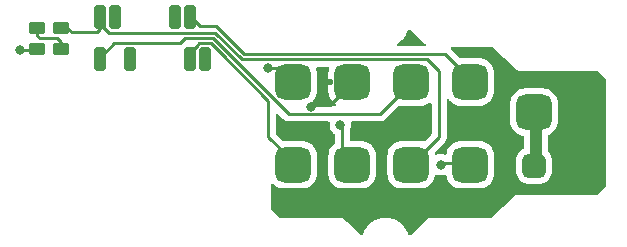
<source format=gtl>
%TF.GenerationSoftware,KiCad,Pcbnew,(6.0.1)*%
%TF.CreationDate,2022-03-09T13:14:17-07:00*%
%TF.ProjectId,MShaw_4gbNandExtensionQSB_V2.6,4d536861-775f-4346-9762-4e616e644578,rev?*%
%TF.SameCoordinates,Original*%
%TF.FileFunction,Copper,L1,Top*%
%TF.FilePolarity,Positive*%
%FSLAX46Y46*%
G04 Gerber Fmt 4.6, Leading zero omitted, Abs format (unit mm)*
G04 Created by KiCad (PCBNEW (6.0.1)) date 2022-03-09 13:14:17*
%MOMM*%
%LPD*%
G01*
G04 APERTURE LIST*
G04 Aperture macros list*
%AMRoundRect*
0 Rectangle with rounded corners*
0 $1 Rounding radius*
0 $2 $3 $4 $5 $6 $7 $8 $9 X,Y pos of 4 corners*
0 Add a 4 corners polygon primitive as box body*
4,1,4,$2,$3,$4,$5,$6,$7,$8,$9,$2,$3,0*
0 Add four circle primitives for the rounded corners*
1,1,$1+$1,$2,$3*
1,1,$1+$1,$4,$5*
1,1,$1+$1,$6,$7*
1,1,$1+$1,$8,$9*
0 Add four rect primitives between the rounded corners*
20,1,$1+$1,$2,$3,$4,$5,0*
20,1,$1+$1,$4,$5,$6,$7,0*
20,1,$1+$1,$6,$7,$8,$9,0*
20,1,$1+$1,$8,$9,$2,$3,0*%
G04 Aperture macros list end*
%TA.AperFunction,SMDPad,CuDef*%
%ADD10RoundRect,0.250000X0.450000X-0.262500X0.450000X0.262500X-0.450000X0.262500X-0.450000X-0.262500X0*%
%TD*%
%TA.AperFunction,ComponentPad*%
%ADD11RoundRect,0.250000X0.250000X-0.750000X0.250000X0.750000X-0.250000X0.750000X-0.250000X-0.750000X0*%
%TD*%
%TA.AperFunction,SMDPad,CuDef*%
%ADD12RoundRect,0.750000X-0.750000X-0.750000X0.750000X-0.750000X0.750000X0.750000X-0.750000X0.750000X0*%
%TD*%
%TA.AperFunction,SMDPad,CuDef*%
%ADD13RoundRect,0.500000X-0.500000X-0.500000X0.500000X-0.500000X0.500000X0.500000X-0.500000X0.500000X0*%
%TD*%
%TA.AperFunction,SMDPad,CuDef*%
%ADD14RoundRect,0.750000X0.750000X-0.750000X0.750000X0.750000X-0.750000X0.750000X-0.750000X-0.750000X0*%
%TD*%
%TA.AperFunction,ViaPad*%
%ADD15C,0.800000*%
%TD*%
%TA.AperFunction,Conductor*%
%ADD16C,0.250000*%
%TD*%
%TA.AperFunction,Conductor*%
%ADD17C,1.000000*%
%TD*%
G04 APERTURE END LIST*
D10*
%TO.P,R1,1*%
%TO.N,Net-(D1-Pad2)*%
X128260000Y-98212500D03*
%TO.P,R1,2*%
%TO.N,+5V*%
X128260000Y-96387500D03*
%TD*%
D11*
%TO.P,J3,1,Pin_1*%
%TO.N,+5V*%
X131570000Y-95500000D03*
%TO.P,J3,2,Pin_2*%
%TO.N,Net-(J2-Pad3)*%
X132840000Y-95500000D03*
%TO.P,J3,6,Pin_6*%
%TO.N,Net-(J2-Pad2)*%
X137920000Y-95500000D03*
%TO.P,J3,7,Pin_7*%
%TO.N,Net-(J2-Pad8)*%
X139190000Y-95500000D03*
%TD*%
D12*
%TO.P,J5,1,Pin_1*%
%TO.N,Net-(J5-Pad1)*%
X168310000Y-103550000D03*
D13*
%TO.P,J5,2,Pin_2*%
X168310000Y-108090000D03*
%TD*%
D14*
%TO.P,J4,1,Pin_1*%
%TO.N,Net-(J1-Pad7)*%
X147910000Y-108000000D03*
%TO.P,J4,2,Pin_2*%
%TO.N,Net-(J2-Pad2)*%
X147910000Y-101000000D03*
%TO.P,J4,3,Pin_3*%
%TO.N,Net-(J2-Pad3)*%
X152910000Y-108000000D03*
%TO.P,J4,4,Pin_4*%
%TO.N,GND*%
X152910000Y-101000000D03*
%TO.P,J4,5,Pin_5*%
%TO.N,+5V*%
X157910000Y-108000000D03*
%TO.P,J4,6,Pin_6*%
%TO.N,Net-(J1-Pad1)*%
X157910000Y-101000000D03*
%TO.P,J4,7,Pin_7*%
%TO.N,Net-(J1-Pad8)*%
X162910000Y-108000000D03*
%TO.P,J4,8,Pin_8*%
%TO.N,Net-(J2-Pad8)*%
X162910000Y-101000000D03*
%TD*%
D10*
%TO.P,D1,1,K*%
%TO.N,GND*%
X126260000Y-98212500D03*
%TO.P,D1,2,A*%
%TO.N,Net-(D1-Pad2)*%
X126260000Y-96387500D03*
%TD*%
D11*
%TO.P,J1,1,Pin_1*%
%TO.N,Net-(J1-Pad1)*%
X131570000Y-99050000D03*
%TO.P,J1,3,Pin_3*%
%TO.N,GND*%
X134110000Y-99050000D03*
%TO.P,J1,7,Pin_7*%
%TO.N,Net-(J1-Pad7)*%
X139190000Y-99050000D03*
%TO.P,J1,8,Pin_8*%
%TO.N,Net-(J1-Pad8)*%
X140460000Y-99050000D03*
%TD*%
D15*
%TO.N,GND*%
X124760000Y-98300000D03*
X150380000Y-108740000D03*
X157850000Y-97170000D03*
X149450000Y-103070000D03*
X166100000Y-105920000D03*
X155350000Y-105420000D03*
%TO.N,Net-(J2-Pad2)*%
X145760000Y-99800000D03*
%TO.N,Net-(J2-Pad3)*%
X151910000Y-104640000D03*
%TO.N,Net-(J1-Pad8)*%
X160410000Y-108000000D03*
%TD*%
D16*
%TO.N,+5V*%
X131570000Y-96540000D02*
X131570000Y-96042494D01*
X128760000Y-96387500D02*
X129172500Y-96800000D01*
X159265080Y-99055480D02*
X160270000Y-100060400D01*
X143561916Y-99055480D02*
X159265080Y-99055480D01*
X132353946Y-96826440D02*
X141332875Y-96826440D01*
X131570000Y-96042494D02*
X132353946Y-96826440D01*
X129172500Y-96800000D02*
X131310000Y-96800000D01*
X160270000Y-105680000D02*
X158070000Y-107880000D01*
X141332875Y-96826440D02*
X143561916Y-99055480D01*
X160270000Y-100060400D02*
X160270000Y-105680000D01*
X131310000Y-96800000D02*
X131570000Y-96540000D01*
%TO.N,GND*%
X124760000Y-98300000D02*
X126172500Y-98300000D01*
X151000000Y-102950000D02*
X149610000Y-102950000D01*
X126172500Y-98300000D02*
X126260000Y-98212500D01*
X153070000Y-100880000D02*
X151000000Y-102950000D01*
%TO.N,Net-(J2-Pad8)*%
X142101077Y-96958923D02*
X143748114Y-98605960D01*
X139190000Y-95675020D02*
X139460020Y-95675020D01*
X143748114Y-98605960D02*
X160795960Y-98605960D01*
X139460020Y-95675020D02*
X140035000Y-96250000D01*
X160795960Y-98605960D02*
X163070000Y-100880000D01*
X141392153Y-96250000D02*
X142101077Y-96958923D01*
X140035000Y-96250000D02*
X141392153Y-96250000D01*
%TO.N,Net-(J1-Pad7)*%
X139766254Y-97931254D02*
X139190000Y-98507507D01*
X145820000Y-102590000D02*
X145820000Y-105630000D01*
X145820000Y-105630000D02*
X148070000Y-107880000D01*
X140960480Y-97725480D02*
X141683802Y-98448802D01*
X139766254Y-97931254D02*
X139972028Y-97725480D01*
X141683802Y-98448802D02*
X141683802Y-98453802D01*
X139972028Y-97725480D02*
X140960480Y-97725480D01*
X139972027Y-97725480D02*
X139766254Y-97931254D01*
X141683802Y-98453802D02*
X145820000Y-102590000D01*
%TO.N,Net-(J2-Pad2)*%
X146710000Y-99800000D02*
X145760000Y-99800000D01*
X147910000Y-101000000D02*
X146710000Y-99800000D01*
%TO.N,Net-(J2-Pad3)*%
X152070000Y-106880000D02*
X152070000Y-104520000D01*
X153070000Y-107880000D02*
X152070000Y-106880000D01*
%TO.N,Net-(J1-Pad8)*%
X160570000Y-107880000D02*
X163070000Y-107880000D01*
%TO.N,Net-(J1-Pad1)*%
X158070000Y-100880000D02*
X155250000Y-103700000D01*
X132769500Y-97725480D02*
X131570000Y-98924980D01*
X147565718Y-103700000D02*
X145352859Y-101487141D01*
X145352859Y-101482141D02*
X141146678Y-97275960D01*
X155250000Y-103700000D02*
X147565718Y-103700000D01*
X141146678Y-97275960D02*
X138784040Y-97275960D01*
X138334520Y-97725480D02*
X132769500Y-97725480D01*
X145352859Y-101487141D02*
X145352859Y-101482141D01*
X138784040Y-97275960D02*
X138334520Y-97725480D01*
%TO.N,Net-(D1-Pad2)*%
X126460000Y-97300000D02*
X126260000Y-97100000D01*
X128260000Y-98212500D02*
X128260000Y-97600000D01*
X127960000Y-97300000D02*
X126460000Y-97300000D01*
X126260000Y-97100000D02*
X126260000Y-96387500D01*
X128260000Y-97600000D02*
X127960000Y-97300000D01*
D17*
%TO.N,Net-(J5-Pad1)*%
X168470000Y-103430000D02*
X168470000Y-107970000D01*
%TD*%
%TA.AperFunction,Conductor*%
%TO.N,GND*%
G36*
X164768518Y-98028002D02*
G01*
X164786294Y-98041817D01*
X166751780Y-99873293D01*
X166756158Y-99877872D01*
X166759160Y-99882631D01*
X166765888Y-99888573D01*
X166808501Y-99926207D01*
X166810992Y-99928467D01*
X166830370Y-99946524D01*
X166834049Y-99949084D01*
X166835980Y-99950642D01*
X166840254Y-99954251D01*
X166856472Y-99968573D01*
X166868228Y-99978956D01*
X166876352Y-99982770D01*
X166876353Y-99982771D01*
X166879716Y-99984350D01*
X166885500Y-99987065D01*
X166903905Y-99997687D01*
X166919570Y-100008586D01*
X166928081Y-100011439D01*
X166928082Y-100011439D01*
X166953787Y-100020054D01*
X166967287Y-100025465D01*
X166999948Y-100040799D01*
X167018800Y-100043734D01*
X167039453Y-100048765D01*
X167049028Y-100051974D01*
X167049030Y-100051974D01*
X167057541Y-100054827D01*
X167076961Y-100055583D01*
X167093600Y-100056231D01*
X167100757Y-100056925D01*
X167100761Y-100056876D01*
X167105613Y-100057251D01*
X167110423Y-100058000D01*
X167136611Y-100058000D01*
X167141511Y-100058095D01*
X167193975Y-100060137D01*
X167193976Y-100060137D01*
X167202946Y-100060486D01*
X167210725Y-100058536D01*
X167221097Y-100058000D01*
X173647389Y-100058000D01*
X173715510Y-100078002D01*
X173736485Y-100094905D01*
X174365096Y-100723517D01*
X174399121Y-100785829D01*
X174402000Y-100812612D01*
X174402000Y-109787388D01*
X174381998Y-109855509D01*
X174365096Y-109876483D01*
X173736485Y-110505095D01*
X173674172Y-110539120D01*
X173647389Y-110542000D01*
X167022070Y-110542000D01*
X167010375Y-110541456D01*
X167006361Y-110541082D01*
X166997632Y-110538990D01*
X166988670Y-110539432D01*
X166988667Y-110539432D01*
X166939736Y-110541847D01*
X166933526Y-110542000D01*
X166913523Y-110542000D01*
X166909087Y-110542635D01*
X166909076Y-110542636D01*
X166907171Y-110542909D01*
X166895520Y-110544029D01*
X166852295Y-110546162D01*
X166841100Y-110550044D01*
X166817680Y-110555726D01*
X166805955Y-110557405D01*
X166797781Y-110561121D01*
X166797779Y-110561122D01*
X166766572Y-110575311D01*
X166755703Y-110579656D01*
X166723291Y-110590895D01*
X166723289Y-110590896D01*
X166714811Y-110593836D01*
X166707497Y-110599038D01*
X166707496Y-110599039D01*
X166705154Y-110600705D01*
X166684281Y-110612726D01*
X166673490Y-110617633D01*
X166666689Y-110623493D01*
X166640702Y-110645884D01*
X166631497Y-110653098D01*
X166627682Y-110655812D01*
X166627678Y-110655815D01*
X166623703Y-110658643D01*
X166609811Y-110672188D01*
X166604106Y-110677417D01*
X166570055Y-110706757D01*
X166570051Y-110706762D01*
X166563253Y-110712619D01*
X166558372Y-110720149D01*
X166552469Y-110726916D01*
X166552090Y-110726585D01*
X166544414Y-110735949D01*
X165697623Y-111561571D01*
X164781188Y-112455096D01*
X164780039Y-112456216D01*
X164717301Y-112489450D01*
X164692078Y-112492000D01*
X159680940Y-112492000D01*
X159674645Y-112491636D01*
X159669217Y-112490204D01*
X159627018Y-112491327D01*
X159603419Y-112491955D01*
X159600067Y-112492000D01*
X159573523Y-112492000D01*
X159569081Y-112492636D01*
X159566657Y-112492809D01*
X159561063Y-112493082D01*
X159541909Y-112493592D01*
X159532730Y-112493836D01*
X159532729Y-112493836D01*
X159523754Y-112494075D01*
X159505565Y-112499923D01*
X159484862Y-112504697D01*
X159474839Y-112506132D01*
X159474835Y-112506133D01*
X159465955Y-112507405D01*
X159457789Y-112511118D01*
X159457785Y-112511119D01*
X159433137Y-112522326D01*
X159419556Y-112527577D01*
X159412198Y-112529943D01*
X159385224Y-112538616D01*
X159369405Y-112549336D01*
X159350875Y-112559729D01*
X159333490Y-112567633D01*
X159326692Y-112573490D01*
X159326691Y-112573491D01*
X159306168Y-112591175D01*
X159300466Y-112595540D01*
X159300498Y-112595581D01*
X159296707Y-112598602D01*
X159292668Y-112601339D01*
X159289103Y-112604661D01*
X159289096Y-112604666D01*
X159273481Y-112619214D01*
X159269844Y-112622473D01*
X159223253Y-112662619D01*
X159218899Y-112669336D01*
X159211692Y-112676782D01*
X157865627Y-113930880D01*
X157802151Y-113962681D01*
X157731559Y-113955116D01*
X157676263Y-113910587D01*
X157661012Y-113880886D01*
X157597504Y-113702194D01*
X157596064Y-113698141D01*
X157469683Y-113454238D01*
X157311268Y-113229814D01*
X157308329Y-113226667D01*
X157126706Y-113032196D01*
X157126701Y-113032191D01*
X157123769Y-113029052D01*
X156910680Y-112855691D01*
X156675969Y-112712961D01*
X156672022Y-112711247D01*
X156672019Y-112711245D01*
X156427961Y-112605235D01*
X156427959Y-112605234D01*
X156424010Y-112603519D01*
X156419869Y-112602359D01*
X156419867Y-112602358D01*
X156282676Y-112563919D01*
X156159494Y-112529405D01*
X155887351Y-112492000D01*
X155612649Y-112492000D01*
X155340506Y-112529405D01*
X155217324Y-112563919D01*
X155080133Y-112602358D01*
X155080131Y-112602359D01*
X155075990Y-112603519D01*
X155072041Y-112605234D01*
X155072039Y-112605235D01*
X154827981Y-112711245D01*
X154827978Y-112711247D01*
X154824031Y-112712961D01*
X154589320Y-112855691D01*
X154376231Y-113029052D01*
X154373299Y-113032191D01*
X154373294Y-113032196D01*
X154191671Y-113226667D01*
X154188732Y-113229814D01*
X154030317Y-113454238D01*
X153903936Y-113698141D01*
X153902496Y-113702194D01*
X153838988Y-113880886D01*
X153797328Y-113938375D01*
X153731201Y-113964215D01*
X153661601Y-113950202D01*
X153634373Y-113930880D01*
X152477936Y-112853455D01*
X152288200Y-112676682D01*
X152283836Y-112672118D01*
X152280840Y-112667369D01*
X152231443Y-112623743D01*
X152228983Y-112621511D01*
X152228302Y-112620876D01*
X152209600Y-112603452D01*
X152205917Y-112600890D01*
X152204038Y-112599374D01*
X152199749Y-112595753D01*
X152171772Y-112571044D01*
X152154475Y-112562923D01*
X152136078Y-112552306D01*
X152120396Y-112541397D01*
X152086196Y-112529937D01*
X152072699Y-112524529D01*
X152040052Y-112509201D01*
X152031179Y-112507820D01*
X152031177Y-112507819D01*
X152021181Y-112506263D01*
X152000538Y-112501237D01*
X151982421Y-112495166D01*
X151973452Y-112494818D01*
X151973449Y-112494817D01*
X151946389Y-112493766D01*
X151939241Y-112493073D01*
X151939237Y-112493124D01*
X151934389Y-112492749D01*
X151929577Y-112492000D01*
X151903359Y-112492000D01*
X151898468Y-112491905D01*
X151845987Y-112489866D01*
X151845984Y-112489866D01*
X151837016Y-112489518D01*
X151829251Y-112491465D01*
X151818908Y-112492000D01*
X146772612Y-112492000D01*
X146704491Y-112471998D01*
X146683517Y-112455096D01*
X146054905Y-111826485D01*
X146020880Y-111764172D01*
X146018000Y-111737389D01*
X146018000Y-109692097D01*
X146038002Y-109623976D01*
X146091658Y-109577483D01*
X146161932Y-109567379D01*
X146226512Y-109596873D01*
X146233095Y-109603002D01*
X146349473Y-109719380D01*
X146533945Y-109847591D01*
X146738206Y-109941110D01*
X146955800Y-109996978D01*
X147009705Y-110001362D01*
X147094908Y-110008293D01*
X147094918Y-110008293D01*
X147097458Y-110008500D01*
X148722542Y-110008500D01*
X148725082Y-110008293D01*
X148725092Y-110008293D01*
X148810295Y-110001362D01*
X148864200Y-109996978D01*
X149081794Y-109941110D01*
X149286055Y-109847591D01*
X149470527Y-109719380D01*
X149629380Y-109560527D01*
X149757591Y-109376055D01*
X149851110Y-109171794D01*
X149906978Y-108954200D01*
X149915514Y-108849251D01*
X149918293Y-108815092D01*
X149918293Y-108815082D01*
X149918500Y-108812542D01*
X149918500Y-107187458D01*
X149915811Y-107154391D01*
X149908945Y-107069987D01*
X149906978Y-107045800D01*
X149851110Y-106828206D01*
X149757591Y-106623945D01*
X149629380Y-106439473D01*
X149470527Y-106280620D01*
X149286055Y-106152409D01*
X149081794Y-106058890D01*
X148864200Y-106003022D01*
X148810295Y-105998638D01*
X148725092Y-105991707D01*
X148725082Y-105991707D01*
X148722542Y-105991500D01*
X147129595Y-105991500D01*
X147061474Y-105971498D01*
X147040500Y-105954595D01*
X146490405Y-105404500D01*
X146456379Y-105342188D01*
X146453500Y-105315405D01*
X146453500Y-103787876D01*
X146473502Y-103719755D01*
X146527158Y-103673262D01*
X146597432Y-103663158D01*
X146662012Y-103692652D01*
X146668595Y-103698781D01*
X147062061Y-104092247D01*
X147069605Y-104100537D01*
X147073718Y-104107018D01*
X147079495Y-104112443D01*
X147123385Y-104153658D01*
X147126227Y-104156413D01*
X147145948Y-104176134D01*
X147149143Y-104178612D01*
X147158165Y-104186318D01*
X147190397Y-104216586D01*
X147197346Y-104220406D01*
X147208150Y-104226346D01*
X147224674Y-104237199D01*
X147240677Y-104249613D01*
X147281261Y-104267176D01*
X147291891Y-104272383D01*
X147330658Y-104293695D01*
X147338335Y-104295666D01*
X147338340Y-104295668D01*
X147350276Y-104298732D01*
X147368984Y-104305137D01*
X147387573Y-104313181D01*
X147395401Y-104314421D01*
X147395408Y-104314423D01*
X147431242Y-104320099D01*
X147442862Y-104322505D01*
X147474677Y-104330673D01*
X147485688Y-104333500D01*
X147505942Y-104333500D01*
X147525652Y-104335051D01*
X147545661Y-104338220D01*
X147553553Y-104337474D01*
X147572298Y-104335702D01*
X147589680Y-104334059D01*
X147601537Y-104333500D01*
X150888773Y-104333500D01*
X150956894Y-104353502D01*
X151003387Y-104407158D01*
X151014083Y-104472670D01*
X150996496Y-104640000D01*
X151016458Y-104829928D01*
X151075473Y-105011556D01*
X151170960Y-105176944D01*
X151298747Y-105318866D01*
X151330847Y-105342188D01*
X151384561Y-105381214D01*
X151427915Y-105437437D01*
X151436500Y-105483150D01*
X151436500Y-106154263D01*
X151416498Y-106222384D01*
X151382410Y-106257728D01*
X151354081Y-106277417D01*
X151354080Y-106277418D01*
X151349473Y-106280620D01*
X151190620Y-106439473D01*
X151062409Y-106623945D01*
X150968890Y-106828206D01*
X150913022Y-107045800D01*
X150911055Y-107069987D01*
X150904190Y-107154391D01*
X150901500Y-107187458D01*
X150901500Y-108812542D01*
X150901707Y-108815082D01*
X150901707Y-108815092D01*
X150904486Y-108849251D01*
X150913022Y-108954200D01*
X150968890Y-109171794D01*
X151062409Y-109376055D01*
X151190620Y-109560527D01*
X151349473Y-109719380D01*
X151533945Y-109847591D01*
X151738206Y-109941110D01*
X151955800Y-109996978D01*
X152009705Y-110001362D01*
X152094908Y-110008293D01*
X152094918Y-110008293D01*
X152097458Y-110008500D01*
X153722542Y-110008500D01*
X153725082Y-110008293D01*
X153725092Y-110008293D01*
X153810295Y-110001362D01*
X153864200Y-109996978D01*
X154081794Y-109941110D01*
X154286055Y-109847591D01*
X154470527Y-109719380D01*
X154629380Y-109560527D01*
X154757591Y-109376055D01*
X154851110Y-109171794D01*
X154906978Y-108954200D01*
X154915514Y-108849251D01*
X154918293Y-108815092D01*
X154918293Y-108815082D01*
X154918500Y-108812542D01*
X154918500Y-107187458D01*
X154915811Y-107154391D01*
X154908945Y-107069987D01*
X154906978Y-107045800D01*
X154851110Y-106828206D01*
X154757591Y-106623945D01*
X154629380Y-106439473D01*
X154470527Y-106280620D01*
X154286055Y-106152409D01*
X154081794Y-106058890D01*
X153864200Y-106003022D01*
X153810295Y-105998638D01*
X153725092Y-105991707D01*
X153725082Y-105991707D01*
X153722542Y-105991500D01*
X152829500Y-105991500D01*
X152761379Y-105971498D01*
X152714886Y-105917842D01*
X152703500Y-105865500D01*
X152703500Y-105116378D01*
X152720381Y-105053378D01*
X152741223Y-105017279D01*
X152741224Y-105017278D01*
X152744527Y-105011556D01*
X152803542Y-104829928D01*
X152823504Y-104640000D01*
X152805917Y-104472670D01*
X152818689Y-104402832D01*
X152867191Y-104350985D01*
X152931227Y-104333500D01*
X155171233Y-104333500D01*
X155182416Y-104334027D01*
X155189909Y-104335702D01*
X155197835Y-104335453D01*
X155197836Y-104335453D01*
X155257986Y-104333562D01*
X155261945Y-104333500D01*
X155289856Y-104333500D01*
X155293791Y-104333003D01*
X155293856Y-104332995D01*
X155305693Y-104332062D01*
X155337951Y-104331048D01*
X155341970Y-104330922D01*
X155349889Y-104330673D01*
X155369343Y-104325021D01*
X155388700Y-104321013D01*
X155400930Y-104319468D01*
X155400931Y-104319468D01*
X155408797Y-104318474D01*
X155416168Y-104315555D01*
X155416170Y-104315555D01*
X155449912Y-104302196D01*
X155461142Y-104298351D01*
X155495983Y-104288229D01*
X155495984Y-104288229D01*
X155503593Y-104286018D01*
X155510412Y-104281985D01*
X155510417Y-104281983D01*
X155521028Y-104275707D01*
X155538776Y-104267012D01*
X155557617Y-104259552D01*
X155577987Y-104244753D01*
X155593387Y-104233564D01*
X155603307Y-104227048D01*
X155634535Y-104208580D01*
X155634538Y-104208578D01*
X155641362Y-104204542D01*
X155655683Y-104190221D01*
X155670717Y-104177380D01*
X155672432Y-104176134D01*
X155687107Y-104165472D01*
X155715298Y-104131395D01*
X155723288Y-104122616D01*
X156819941Y-103025963D01*
X156882253Y-102991937D01*
X156940373Y-102993017D01*
X156950611Y-102995646D01*
X156950614Y-102995647D01*
X156955800Y-102996978D01*
X157034803Y-103003404D01*
X157094908Y-103008293D01*
X157094918Y-103008293D01*
X157097458Y-103008500D01*
X158722542Y-103008500D01*
X158725082Y-103008293D01*
X158725092Y-103008293D01*
X158810295Y-103001362D01*
X158864200Y-102996978D01*
X158879628Y-102993017D01*
X159076361Y-102942505D01*
X159076362Y-102942505D01*
X159081794Y-102941110D01*
X159286055Y-102847591D01*
X159438589Y-102741577D01*
X159505943Y-102719124D01*
X159574743Y-102736650D01*
X159623146Y-102788589D01*
X159636500Y-102845042D01*
X159636500Y-105365406D01*
X159616498Y-105433527D01*
X159599595Y-105454501D01*
X159063715Y-105990381D01*
X159001403Y-106024407D01*
X158943285Y-106023327D01*
X158869396Y-106004355D01*
X158869384Y-106004353D01*
X158864200Y-106003022D01*
X158785197Y-105996596D01*
X158725092Y-105991707D01*
X158725082Y-105991707D01*
X158722542Y-105991500D01*
X157097458Y-105991500D01*
X157094918Y-105991707D01*
X157094908Y-105991707D01*
X157009705Y-105998638D01*
X156955800Y-106003022D01*
X156738206Y-106058890D01*
X156533945Y-106152409D01*
X156349473Y-106280620D01*
X156190620Y-106439473D01*
X156062409Y-106623945D01*
X155968890Y-106828206D01*
X155913022Y-107045800D01*
X155911055Y-107069987D01*
X155904190Y-107154391D01*
X155901500Y-107187458D01*
X155901500Y-108812542D01*
X155901707Y-108815082D01*
X155901707Y-108815092D01*
X155904486Y-108849251D01*
X155913022Y-108954200D01*
X155968890Y-109171794D01*
X156062409Y-109376055D01*
X156190620Y-109560527D01*
X156349473Y-109719380D01*
X156533945Y-109847591D01*
X156738206Y-109941110D01*
X156955800Y-109996978D01*
X157009705Y-110001362D01*
X157094908Y-110008293D01*
X157094918Y-110008293D01*
X157097458Y-110008500D01*
X158722542Y-110008500D01*
X158725082Y-110008293D01*
X158725092Y-110008293D01*
X158810295Y-110001362D01*
X158864200Y-109996978D01*
X159081794Y-109941110D01*
X159286055Y-109847591D01*
X159470527Y-109719380D01*
X159629380Y-109560527D01*
X159757591Y-109376055D01*
X159851110Y-109171794D01*
X159906978Y-108954200D01*
X159907413Y-108948849D01*
X159908299Y-108943569D01*
X159910719Y-108943975D01*
X159932928Y-108887235D01*
X159990441Y-108845609D01*
X160061329Y-108841685D01*
X160083816Y-108849251D01*
X160121677Y-108866108D01*
X160121685Y-108866111D01*
X160127712Y-108868794D01*
X160209996Y-108886284D01*
X160308056Y-108907128D01*
X160308061Y-108907128D01*
X160314513Y-108908500D01*
X160505487Y-108908500D01*
X160511939Y-108907128D01*
X160511944Y-108907128D01*
X160610004Y-108886284D01*
X160692288Y-108868794D01*
X160698315Y-108866111D01*
X160698323Y-108866108D01*
X160736184Y-108849251D01*
X160806551Y-108839817D01*
X160870848Y-108869924D01*
X160908661Y-108930013D01*
X160911169Y-108943658D01*
X160911701Y-108943569D01*
X160912587Y-108948849D01*
X160913022Y-108954200D01*
X160968890Y-109171794D01*
X161062409Y-109376055D01*
X161190620Y-109560527D01*
X161349473Y-109719380D01*
X161533945Y-109847591D01*
X161738206Y-109941110D01*
X161955800Y-109996978D01*
X162009705Y-110001362D01*
X162094908Y-110008293D01*
X162094918Y-110008293D01*
X162097458Y-110008500D01*
X163722542Y-110008500D01*
X163725082Y-110008293D01*
X163725092Y-110008293D01*
X163810295Y-110001362D01*
X163864200Y-109996978D01*
X164081794Y-109941110D01*
X164286055Y-109847591D01*
X164470527Y-109719380D01*
X164629380Y-109560527D01*
X164757591Y-109376055D01*
X164851110Y-109171794D01*
X164906978Y-108954200D01*
X164915514Y-108849251D01*
X164918293Y-108815092D01*
X164918293Y-108815082D01*
X164918500Y-108812542D01*
X164918500Y-107187458D01*
X164915811Y-107154391D01*
X164908945Y-107069987D01*
X164906978Y-107045800D01*
X164851110Y-106828206D01*
X164757591Y-106623945D01*
X164629380Y-106439473D01*
X164470527Y-106280620D01*
X164286055Y-106152409D01*
X164081794Y-106058890D01*
X163864200Y-106003022D01*
X163810295Y-105998638D01*
X163725092Y-105991707D01*
X163725082Y-105991707D01*
X163722542Y-105991500D01*
X162097458Y-105991500D01*
X162094918Y-105991707D01*
X162094908Y-105991707D01*
X162009705Y-105998638D01*
X161955800Y-106003022D01*
X161738206Y-106058890D01*
X161533945Y-106152409D01*
X161349473Y-106280620D01*
X161190620Y-106439473D01*
X161062409Y-106623945D01*
X160968890Y-106828206D01*
X160913022Y-107045800D01*
X160912587Y-107051151D01*
X160911701Y-107056431D01*
X160909281Y-107056025D01*
X160887072Y-107112765D01*
X160829559Y-107154391D01*
X160758671Y-107158315D01*
X160736184Y-107150749D01*
X160698323Y-107133892D01*
X160698315Y-107133889D01*
X160692288Y-107131206D01*
X160573723Y-107106004D01*
X160511944Y-107092872D01*
X160511939Y-107092872D01*
X160505487Y-107091500D01*
X160314513Y-107091500D01*
X160308061Y-107092872D01*
X160308056Y-107092872D01*
X160246277Y-107106004D01*
X160127712Y-107131206D01*
X160121685Y-107133889D01*
X160121677Y-107133892D01*
X160083816Y-107150749D01*
X160013449Y-107160183D01*
X159949152Y-107130076D01*
X159911339Y-107069987D01*
X159908831Y-107056342D01*
X159908299Y-107056431D01*
X159907413Y-107051150D01*
X159906978Y-107045800D01*
X159905644Y-107040604D01*
X159905642Y-107040591D01*
X159903017Y-107030367D01*
X159905451Y-106959412D01*
X159935964Y-106909941D01*
X160662253Y-106183652D01*
X160670539Y-106176112D01*
X160677018Y-106172000D01*
X160723644Y-106122348D01*
X160726398Y-106119507D01*
X160746135Y-106099770D01*
X160748615Y-106096573D01*
X160756320Y-106087551D01*
X160781159Y-106061100D01*
X160786586Y-106055321D01*
X160790405Y-106048375D01*
X160790407Y-106048372D01*
X160796348Y-106037566D01*
X160807199Y-106021047D01*
X160814758Y-106011301D01*
X160819614Y-106005041D01*
X160822759Y-105997772D01*
X160822762Y-105997768D01*
X160837174Y-105964463D01*
X160842391Y-105953813D01*
X160863695Y-105915060D01*
X160868733Y-105895437D01*
X160875137Y-105876734D01*
X160880033Y-105865420D01*
X160880033Y-105865419D01*
X160883181Y-105858145D01*
X160884420Y-105850322D01*
X160884423Y-105850312D01*
X160890099Y-105814476D01*
X160892505Y-105802856D01*
X160901528Y-105767711D01*
X160901528Y-105767710D01*
X160903500Y-105760030D01*
X160903500Y-105739776D01*
X160905051Y-105720065D01*
X160906980Y-105707886D01*
X160908220Y-105700057D01*
X160904059Y-105656038D01*
X160903500Y-105644181D01*
X160903500Y-104362542D01*
X166301500Y-104362542D01*
X166313022Y-104504200D01*
X166368890Y-104721794D01*
X166462409Y-104926055D01*
X166590620Y-105110527D01*
X166749473Y-105269380D01*
X166854230Y-105342188D01*
X166910382Y-105381214D01*
X166933945Y-105397591D01*
X167138206Y-105491110D01*
X167143638Y-105492505D01*
X167143639Y-105492505D01*
X167350607Y-105545645D01*
X167350611Y-105545646D01*
X167355800Y-105546978D01*
X167357372Y-105547106D01*
X167420217Y-105577603D01*
X167457193Y-105638210D01*
X167461500Y-105670871D01*
X167461500Y-106558604D01*
X167441498Y-106626725D01*
X167383921Y-106674929D01*
X167336815Y-106694537D01*
X167336812Y-106694538D01*
X167331127Y-106696905D01*
X167326008Y-106700332D01*
X167326004Y-106700334D01*
X167171901Y-106803496D01*
X167171896Y-106803500D01*
X167166777Y-106806927D01*
X167026927Y-106946777D01*
X167023500Y-106951896D01*
X167023496Y-106951901D01*
X166920334Y-107106004D01*
X166920332Y-107106008D01*
X166916905Y-107111127D01*
X166840900Y-107293716D01*
X166801808Y-107487592D01*
X166801500Y-107493672D01*
X166801500Y-108686328D01*
X166801808Y-108692408D01*
X166802733Y-108696995D01*
X166802733Y-108696996D01*
X166832699Y-108845609D01*
X166840900Y-108886284D01*
X166916905Y-109068873D01*
X166920332Y-109073992D01*
X166920334Y-109073996D01*
X167023496Y-109228099D01*
X167023500Y-109228104D01*
X167026927Y-109233223D01*
X167166777Y-109373073D01*
X167171896Y-109376500D01*
X167171901Y-109376504D01*
X167326004Y-109479666D01*
X167326008Y-109479668D01*
X167331127Y-109483095D01*
X167513716Y-109559100D01*
X167519752Y-109560317D01*
X167519755Y-109560318D01*
X167701050Y-109596873D01*
X167707592Y-109598192D01*
X167713672Y-109598500D01*
X168906328Y-109598500D01*
X168912408Y-109598192D01*
X168918950Y-109596873D01*
X169100245Y-109560318D01*
X169100248Y-109560317D01*
X169106284Y-109559100D01*
X169288873Y-109483095D01*
X169293992Y-109479668D01*
X169293996Y-109479666D01*
X169448099Y-109376504D01*
X169448104Y-109376500D01*
X169453223Y-109373073D01*
X169593073Y-109233223D01*
X169596500Y-109228104D01*
X169596504Y-109228099D01*
X169699666Y-109073996D01*
X169699668Y-109073992D01*
X169703095Y-109068873D01*
X169779100Y-108886284D01*
X169787302Y-108845609D01*
X169817267Y-108696996D01*
X169817267Y-108696995D01*
X169818192Y-108692408D01*
X169818500Y-108686328D01*
X169818500Y-107493672D01*
X169818192Y-107487592D01*
X169779100Y-107293716D01*
X169703095Y-107111127D01*
X169699668Y-107106008D01*
X169699666Y-107106004D01*
X169596504Y-106951901D01*
X169596500Y-106951896D01*
X169593073Y-106946777D01*
X169515405Y-106869109D01*
X169481379Y-106806797D01*
X169478500Y-106780014D01*
X169478500Y-105573509D01*
X169498502Y-105505388D01*
X169552048Y-105458946D01*
X169680947Y-105399931D01*
X169680959Y-105399924D01*
X169686055Y-105397591D01*
X169709619Y-105381214D01*
X169765770Y-105342188D01*
X169870527Y-105269380D01*
X170029380Y-105110527D01*
X170157591Y-104926055D01*
X170251110Y-104721794D01*
X170306978Y-104504200D01*
X170318500Y-104362542D01*
X170318500Y-102737458D01*
X170316676Y-102715024D01*
X170307413Y-102601151D01*
X170306978Y-102595800D01*
X170298859Y-102564176D01*
X170252505Y-102383639D01*
X170252505Y-102383638D01*
X170251110Y-102378206D01*
X170157591Y-102173945D01*
X170029380Y-101989473D01*
X169870527Y-101830620D01*
X169686055Y-101702409D01*
X169481794Y-101608890D01*
X169264200Y-101553022D01*
X169210295Y-101548638D01*
X169125092Y-101541707D01*
X169125082Y-101541707D01*
X169122542Y-101541500D01*
X167497458Y-101541500D01*
X167494918Y-101541707D01*
X167494908Y-101541707D01*
X167409705Y-101548638D01*
X167355800Y-101553022D01*
X167138206Y-101608890D01*
X166933945Y-101702409D01*
X166749473Y-101830620D01*
X166590620Y-101989473D01*
X166462409Y-102173945D01*
X166368890Y-102378206D01*
X166367495Y-102383638D01*
X166367495Y-102383639D01*
X166321142Y-102564176D01*
X166313022Y-102595800D01*
X166312587Y-102601151D01*
X166303325Y-102715024D01*
X166301500Y-102737458D01*
X166301500Y-104362542D01*
X160903500Y-104362542D01*
X160903500Y-102549482D01*
X160923502Y-102481361D01*
X160977158Y-102434868D01*
X161047432Y-102424764D01*
X161112012Y-102454258D01*
X161132965Y-102477572D01*
X161190620Y-102560527D01*
X161349473Y-102719380D01*
X161533945Y-102847591D01*
X161738206Y-102941110D01*
X161743638Y-102942505D01*
X161743639Y-102942505D01*
X161940373Y-102993017D01*
X161955800Y-102996978D01*
X162009705Y-103001362D01*
X162094908Y-103008293D01*
X162094918Y-103008293D01*
X162097458Y-103008500D01*
X163722542Y-103008500D01*
X163725082Y-103008293D01*
X163725092Y-103008293D01*
X163810295Y-103001362D01*
X163864200Y-102996978D01*
X163879628Y-102993017D01*
X164076361Y-102942505D01*
X164076362Y-102942505D01*
X164081794Y-102941110D01*
X164286055Y-102847591D01*
X164470527Y-102719380D01*
X164629380Y-102560527D01*
X164757591Y-102376055D01*
X164851110Y-102171794D01*
X164855752Y-102153715D01*
X164905644Y-101959396D01*
X164905644Y-101959395D01*
X164906978Y-101954200D01*
X164918500Y-101812542D01*
X164918500Y-100187458D01*
X164916532Y-100163253D01*
X164909597Y-100078002D01*
X164906978Y-100045800D01*
X164900494Y-100020544D01*
X164852505Y-99833639D01*
X164852505Y-99833638D01*
X164851110Y-99828206D01*
X164757591Y-99623945D01*
X164629380Y-99439473D01*
X164470527Y-99280620D01*
X164304167Y-99164997D01*
X164290661Y-99155610D01*
X164290659Y-99155609D01*
X164286055Y-99152409D01*
X164081794Y-99058890D01*
X164076361Y-99057495D01*
X163869396Y-99004356D01*
X163869395Y-99004356D01*
X163864200Y-99003022D01*
X163810295Y-98998638D01*
X163725092Y-98991707D01*
X163725082Y-98991707D01*
X163722542Y-98991500D01*
X162129595Y-98991500D01*
X162061474Y-98971498D01*
X162040500Y-98954595D01*
X161309000Y-98223095D01*
X161274974Y-98160783D01*
X161280039Y-98089968D01*
X161322586Y-98033132D01*
X161389106Y-98008321D01*
X161398095Y-98008000D01*
X164700397Y-98008000D01*
X164768518Y-98028002D01*
G37*
%TD.AperFunction*%
%TA.AperFunction,Conductor*%
G36*
X150910837Y-99708982D02*
G01*
X150957330Y-99762638D01*
X150967434Y-99832912D01*
X150964757Y-99846315D01*
X150914853Y-100040678D01*
X150913082Y-100051234D01*
X150902207Y-100184930D01*
X150902000Y-100190036D01*
X150902000Y-100727885D01*
X150906475Y-100743124D01*
X150907865Y-100744329D01*
X150915548Y-100746000D01*
X151134000Y-100746000D01*
X151202121Y-100766002D01*
X151248614Y-100819658D01*
X151260000Y-100872000D01*
X151260000Y-101128000D01*
X151239998Y-101196121D01*
X151186342Y-101242614D01*
X151134000Y-101254000D01*
X150920116Y-101254000D01*
X150904877Y-101258475D01*
X150903672Y-101259865D01*
X150902001Y-101267548D01*
X150902001Y-101809961D01*
X150902209Y-101815071D01*
X150913082Y-101948767D01*
X150914852Y-101959320D01*
X150967967Y-102166185D01*
X150971701Y-102176731D01*
X151060510Y-102370705D01*
X151066046Y-102380412D01*
X151187803Y-102555597D01*
X151194976Y-102564176D01*
X151345824Y-102715024D01*
X151354403Y-102722197D01*
X151519633Y-102837035D01*
X151564155Y-102892337D01*
X151571710Y-102962930D01*
X151539901Y-103026402D01*
X151478826Y-103062601D01*
X151447723Y-103066500D01*
X149373153Y-103066500D01*
X149305032Y-103046498D01*
X149258539Y-102992842D01*
X149248435Y-102922568D01*
X149277929Y-102857988D01*
X149301243Y-102837035D01*
X149370948Y-102788589D01*
X149470527Y-102719380D01*
X149629380Y-102560527D01*
X149757591Y-102376055D01*
X149851110Y-102171794D01*
X149855752Y-102153715D01*
X149905644Y-101959396D01*
X149905644Y-101959395D01*
X149906978Y-101954200D01*
X149918500Y-101812542D01*
X149918500Y-100187458D01*
X149916532Y-100163253D01*
X149909597Y-100078002D01*
X149906978Y-100045800D01*
X149883629Y-99954861D01*
X149855760Y-99846314D01*
X149858193Y-99775359D01*
X149898601Y-99716984D01*
X149964155Y-99689721D01*
X149977802Y-99688980D01*
X150842716Y-99688980D01*
X150910837Y-99708982D01*
G37*
%TD.AperFunction*%
%TA.AperFunction,Conductor*%
G36*
X157828399Y-96549798D02*
G01*
X157855627Y-96569120D01*
X158105434Y-96801859D01*
X159111088Y-97738803D01*
X159127690Y-97754271D01*
X159163897Y-97815341D01*
X159161338Y-97886292D01*
X159120827Y-97944596D01*
X159055226Y-97971743D01*
X159041800Y-97972460D01*
X156810757Y-97972460D01*
X156742636Y-97952458D01*
X156696143Y-97898802D01*
X156686039Y-97828528D01*
X156715533Y-97763948D01*
X156745290Y-97738803D01*
X156897003Y-97646545D01*
X156900680Y-97644309D01*
X157113769Y-97470948D01*
X157116701Y-97467809D01*
X157116706Y-97467804D01*
X157298329Y-97273333D01*
X157298330Y-97273332D01*
X157301268Y-97270186D01*
X157459683Y-97045762D01*
X157586064Y-96801859D01*
X157651012Y-96619114D01*
X157692672Y-96561625D01*
X157758799Y-96535785D01*
X157828399Y-96549798D01*
G37*
%TD.AperFunction*%
%TD*%
M02*

</source>
